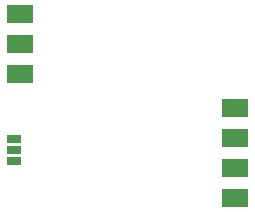
<source format=gtp>
G04 #@! TF.FileFunction,Paste,Top*
%FSLAX46Y46*%
G04 Gerber Fmt 4.6, Leading zero omitted, Abs format (unit mm)*
G04 Created by KiCad (PCBNEW 4.0.7) date 02/12/20 22:04:27*
%MOMM*%
%LPD*%
G01*
G04 APERTURE LIST*
%ADD10C,0.100000*%
%ADD11R,2.300000X1.500000*%
%ADD12R,1.300000X0.700000*%
G04 APERTURE END LIST*
D10*
D11*
X147000000Y-61480000D03*
X147000000Y-64020000D03*
X147000000Y-66560000D03*
D12*
X146500000Y-72050000D03*
X146500000Y-73950000D03*
X146500000Y-73000000D03*
D11*
X165250000Y-77060000D03*
X165250000Y-74520000D03*
X165250000Y-71980000D03*
X165250000Y-69440000D03*
M02*

</source>
